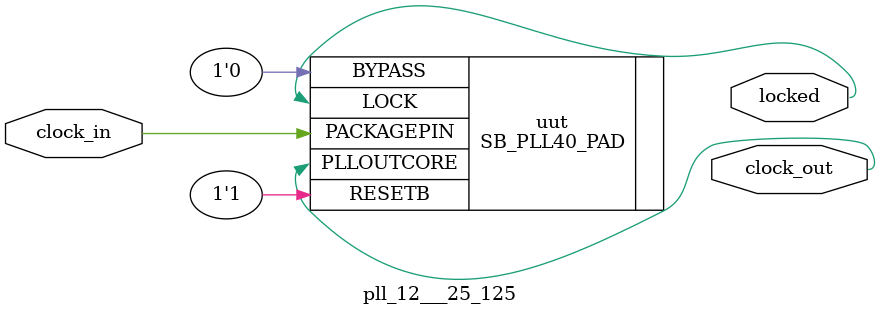
<source format=v>
`default_nettype none
`timescale 1ns/10ps

/**
 * PLL configuration
 *
 * This Verilog module was generated automatically
 * using the icepll tool from the IceStorm project.
 * Use at your own risk.
 *
 * Given input frequency:        12.000 MHz
 * Requested output frequency:   25.175 MHz
 * Achieved output frequency:    25.125 MHz
 */

 
module pll_12___25_125 (
        input  clock_in,
        output clock_out,
        output locked
        );

SB_PLL40_PAD #(
                .FEEDBACK_PATH("SIMPLE"),
                .PLLOUT_SELECT("GENCLK"),

                .FEEDBACK_PATH("SIMPLE"),
                .DIVR(4'b0000),         // DIVR =  0
                .DIVF(7'b1000010),      // DIVF = 66
                .DIVQ(3'b101),          // DIVQ =  5
                .FILTER_RANGE(3'b001)   // FILTER_RANGE = 1

        ) uut (
                .LOCK(locked),
                .PACKAGEPIN(clock_in),
                .PLLOUTCORE(clock_out),
                .RESETB(1'b1),
                .BYPASS(1'b0)

                //.REFERENCECLK(clock_in),

                );

endmodule

                

</source>
